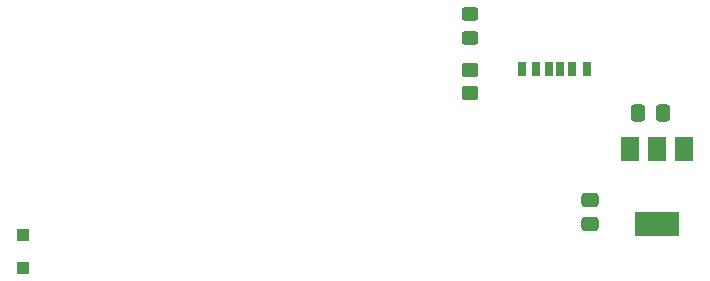
<source format=gbr>
%TF.GenerationSoftware,KiCad,Pcbnew,7.0.2*%
%TF.CreationDate,2023-10-08T18:29:29-07:00*%
%TF.ProjectId,Pi Pico Extender,50692050-6963-46f2-9045-7874656e6465,rev?*%
%TF.SameCoordinates,Original*%
%TF.FileFunction,Paste,Top*%
%TF.FilePolarity,Positive*%
%FSLAX46Y46*%
G04 Gerber Fmt 4.6, Leading zero omitted, Abs format (unit mm)*
G04 Created by KiCad (PCBNEW 7.0.2) date 2023-10-08 18:29:29*
%MOMM*%
%LPD*%
G01*
G04 APERTURE LIST*
G04 Aperture macros list*
%AMRoundRect*
0 Rectangle with rounded corners*
0 $1 Rounding radius*
0 $2 $3 $4 $5 $6 $7 $8 $9 X,Y pos of 4 corners*
0 Add a 4 corners polygon primitive as box body*
4,1,4,$2,$3,$4,$5,$6,$7,$8,$9,$2,$3,0*
0 Add four circle primitives for the rounded corners*
1,1,$1+$1,$2,$3*
1,1,$1+$1,$4,$5*
1,1,$1+$1,$6,$7*
1,1,$1+$1,$8,$9*
0 Add four rect primitives between the rounded corners*
20,1,$1+$1,$2,$3,$4,$5,0*
20,1,$1+$1,$4,$5,$6,$7,0*
20,1,$1+$1,$6,$7,$8,$9,0*
20,1,$1+$1,$8,$9,$2,$3,0*%
G04 Aperture macros list end*
%ADD10RoundRect,0.250000X-0.450000X0.325000X-0.450000X-0.325000X0.450000X-0.325000X0.450000X0.325000X0*%
%ADD11RoundRect,0.250000X-0.475000X0.337500X-0.475000X-0.337500X0.475000X-0.337500X0.475000X0.337500X0*%
%ADD12RoundRect,0.250000X0.450000X-0.350000X0.450000X0.350000X-0.450000X0.350000X-0.450000X-0.350000X0*%
%ADD13RoundRect,0.250000X-0.300000X0.300000X-0.300000X-0.300000X0.300000X-0.300000X0.300000X0.300000X0*%
%ADD14R,0.700000X1.200000*%
%ADD15R,0.760000X1.200000*%
%ADD16R,0.800000X1.200000*%
%ADD17R,1.500000X2.000000*%
%ADD18R,3.800000X2.000000*%
%ADD19RoundRect,0.250000X0.337500X0.475000X-0.337500X0.475000X-0.337500X-0.475000X0.337500X-0.475000X0*%
G04 APERTURE END LIST*
D10*
%TO.C,D1*%
X163550000Y-67500000D03*
X163550000Y-69550000D03*
%TD*%
D11*
%TO.C,C2*%
X173736000Y-83269000D03*
X173736000Y-85344000D03*
%TD*%
D12*
%TO.C,R1*%
X163550000Y-74250000D03*
X163550000Y-72250000D03*
%TD*%
D13*
%TO.C,D2*%
X125730000Y-86230000D03*
X125730000Y-89030000D03*
%TD*%
D14*
%TO.C,J1*%
X170188000Y-72168000D03*
D15*
X172208000Y-72168000D03*
D16*
X173438000Y-72168000D03*
D14*
X171188000Y-72168000D03*
D15*
X169168000Y-72168000D03*
D16*
X167938000Y-72168000D03*
%TD*%
D17*
%TO.C,U1*%
X181700000Y-79012500D03*
X179400000Y-79012500D03*
D18*
X179400000Y-85312500D03*
D17*
X177100000Y-79012500D03*
%TD*%
D19*
%TO.C,C1*%
X179875000Y-75946000D03*
X177800000Y-75946000D03*
%TD*%
M02*

</source>
